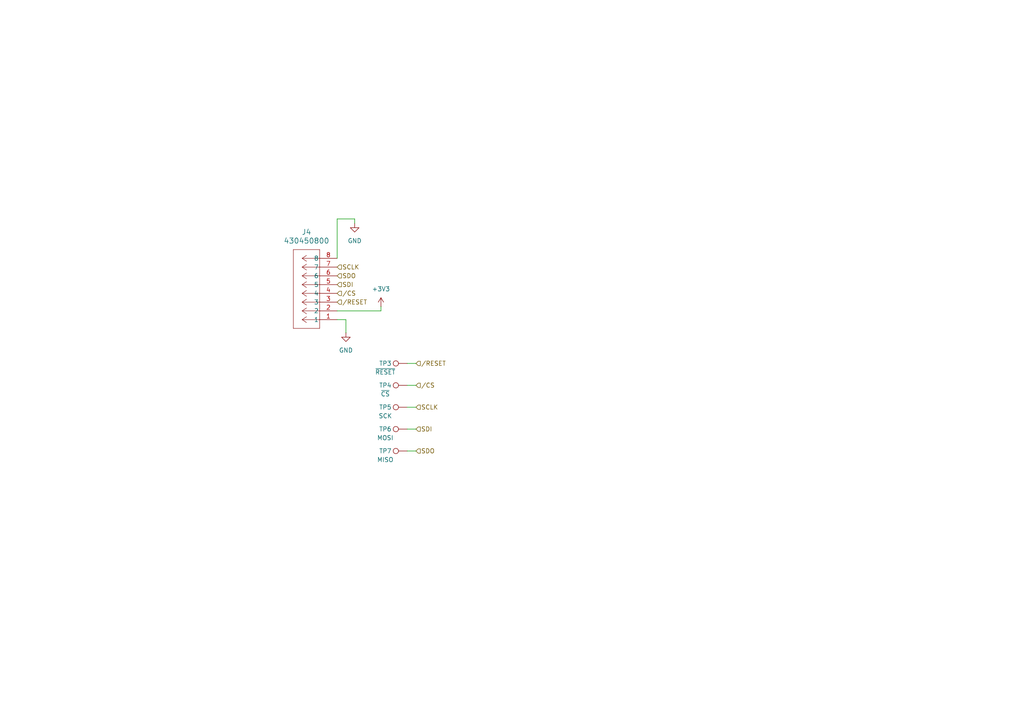
<source format=kicad_sch>
(kicad_sch (version 20250114) (generator "eeschema") (generator_version "9.0")
  (paper "A4")
  (lib_symbols
    (symbol "Connector:TestPoint" (pin_numbers (hide yes)) (pin_names (offset 0.762) (hide yes))
      (property "Reference" "TP" (at 0 6.858 0))
      (property "Value" "TestPoint" (at 0 5.08 0))
      (symbol "TestPoint_0_1"
        (circle (center 0 3.302) (radius 0.762))
      )
      (symbol "TestPoint_1_1"
        (pin passive line (at 0 0 90) (length 2.54) (name "1") (number "1"))
      )
    )
    (symbol "WaterBlaster:430450800" (pin_names (offset 0.254))
      (property "Reference" "J" (at 8.89 6.35 0))
      (property "Value" "430450800" (at -1.27 3.81 0))
      (symbol "430450800_1_1"
        (polyline (pts (xy 5.08 2.54) (xy 5.08 -20.32)) (stroke (width 0.127)))
        (polyline (pts (xy 5.08 -20.32) (xy 12.7 -20.32)) (stroke (width 0.127)))
        (polyline (pts (xy 10.16 0) (xy 5.08 0)) (stroke (width 0.127)))
        (polyline (pts (xy 10.16 0) (xy 8.89 0.8467)) (stroke (width 0.127)))
        (polyline (pts (xy 10.16 0) (xy 8.89 -0.8467)) (stroke (width 0.127)))
        (polyline (pts (xy 10.16 -2.54) (xy 5.08 -2.54)) (stroke (width 0.127)))
        (polyline (pts (xy 10.16 -2.54) (xy 8.89 -1.6933)) (stroke (width 0.127)))
        (polyline (pts (xy 10.16 -2.54) (xy 8.89 -3.3867)) (stroke (width 0.127)))
        (polyline (pts (xy 10.16 -5.08) (xy 5.08 -5.08)) (stroke (width 0.127)))
        (polyline (pts (xy 10.16 -5.08) (xy 8.89 -4.2333)) (stroke (width 0.127)))
        (polyline (pts (xy 10.16 -5.08) (xy 8.89 -5.9267)) (stroke (width 0.127)))
        (polyline (pts (xy 10.16 -7.62) (xy 5.08 -7.62)) (stroke (width 0.127)))
        (polyline (pts (xy 10.16 -7.62) (xy 8.89 -6.7733)) (stroke (width 0.127)))
        (polyline (pts (xy 10.16 -7.62) (xy 8.89 -8.4667)) (stroke (width 0.127)))
        (polyline (pts (xy 10.16 -10.16) (xy 5.08 -10.16)) (stroke (width 0.127)))
        (polyline (pts (xy 10.16 -10.16) (xy 8.89 -9.3133)) (stroke (width 0.127)))
        (polyline (pts (xy 10.16 -10.16) (xy 8.89 -11.0067)) (stroke (width 0.127)))
        (polyline (pts (xy 10.16 -12.7) (xy 5.08 -12.7)) (stroke (width 0.127)))
        (polyline (pts (xy 10.16 -12.7) (xy 8.89 -11.8533)) (stroke (width 0.127)))
        (polyline (pts (xy 10.16 -12.7) (xy 8.89 -13.5467)) (stroke (width 0.127)))
        (polyline (pts (xy 10.16 -15.24) (xy 5.08 -15.24)) (stroke (width 0.127)))
        (polyline (pts (xy 10.16 -15.24) (xy 8.89 -14.3933)) (stroke (width 0.127)))
        (polyline (pts (xy 10.16 -15.24) (xy 8.89 -16.0867)) (stroke (width 0.127)))
        (polyline (pts (xy 10.16 -17.78) (xy 5.08 -17.78)) (stroke (width 0.127)))
        (polyline (pts (xy 10.16 -17.78) (xy 8.89 -16.9333)) (stroke (width 0.127)))
        (polyline (pts (xy 10.16 -17.78) (xy 8.89 -18.6267)) (stroke (width 0.127)))
        (polyline (pts (xy 12.7 2.54) (xy 5.08 2.54)) (stroke (width 0.127)))
        (polyline (pts (xy 12.7 -20.32) (xy 12.7 2.54)) (stroke (width 0.127)))
        (pin passive line (at 0 0 0) (length 5.08) (name "1") (number "1"))
        (pin passive line (at 0 -2.54 0) (length 5.08) (name "2") (number "2"))
        (pin passive line (at 0 -5.08 0) (length 5.08) (name "3") (number "3"))
        (pin passive line (at 0 -7.62 0) (length 5.08) (name "4") (number "4"))
        (pin passive line (at 0 -10.16 0) (length 5.08) (name "5") (number "5"))
        (pin passive line (at 0 -12.7 0) (length 5.08) (name "6") (number "6"))
        (pin passive line (at 0 -15.24 0) (length 5.08) (name "7") (number "7"))
        (pin passive line (at 0 -17.78 0) (length 5.08) (name "8") (number "8"))
      )
      (symbol "430450800_1_2"
        (polyline (pts (xy 5.08 2.54) (xy 5.08 -20.32)) (stroke (width 0.127)))
        (polyline (pts (xy 5.08 -20.32) (xy 12.7 -20.32)) (stroke (width 0.127)))
        (polyline (pts (xy 7.62 0) (xy 5.08 0)) (stroke (width 0.127)))
        (polyline (pts (xy 7.62 0) (xy 8.89 0.8467)) (stroke (width 0.127)))
        (polyline (pts (xy 7.62 0) (xy 8.89 -0.8467)) (stroke (width 0.127)))
        (polyline (pts (xy 7.62 -2.54) (xy 5.08 -2.54)) (stroke (width 0.127)))
        (polyline (pts (xy 7.62 -2.54) (xy 8.89 -1.6933)) (stroke (width 0.127)))
        (polyline (pts (xy 7.62 -2.54) (xy 8.89 -3.3867)) (stroke (width 0.127)))
        (polyline (pts (xy 7.62 -5.08) (xy 5.08 -5.08)) (stroke (width 0.127)))
        (polyline (pts (xy 7.62 -5.08) (xy 8.89 -4.2333)) (stroke (width 0.127)))
        (polyline (pts (xy 7.62 -5.08) (xy 8.89 -5.9267)) (stroke (width 0.127)))
        (polyline (pts (xy 7.62 -7.62) (xy 5.08 -7.62)) (stroke (width 0.127)))
        (polyline (pts (xy 7.62 -7.62) (xy 8.89 -6.7733)) (stroke (width 0.127)))
        (polyline (pts (xy 7.62 -7.62) (xy 8.89 -8.4667)) (stroke (width 0.127)))
        (polyline (pts (xy 7.62 -10.16) (xy 5.08 -10.16)) (stroke (width 0.127)))
        (polyline (pts (xy 7.62 -10.16) (xy 8.89 -9.3133)) (stroke (width 0.127)))
        (polyline (pts (xy 7.62 -10.16) (xy 8.89 -11.0067)) (stroke (width 0.127)))
        (polyline (pts (xy 7.62 -12.7) (xy 5.08 -12.7)) (stroke (width 0.127)))
        (polyline (pts (xy 7.62 -12.7) (xy 8.89 -11.8533)) (stroke (width 0.127)))
        (polyline (pts (xy 7.62 -12.7) (xy 8.89 -13.5467)) (stroke (width 0.127)))
        (polyline (pts (xy 7.62 -15.24) (xy 5.08 -15.24)) (stroke (width 0.127)))
        (polyline (pts (xy 7.62 -15.24) (xy 8.89 -14.3933)) (stroke (width 0.127)))
        (polyline (pts (xy 7.62 -15.24) (xy 8.89 -16.0867)) (stroke (width 0.127)))
        (polyline (pts (xy 7.62 -17.78) (xy 5.08 -17.78)) (stroke (width 0.127)))
        (polyline (pts (xy 7.62 -17.78) (xy 8.89 -16.9333)) (stroke (width 0.127)))
        (polyline (pts (xy 7.62 -17.78) (xy 8.89 -18.6267)) (stroke (width 0.127)))
        (polyline (pts (xy 12.7 2.54) (xy 5.08 2.54)) (stroke (width 0.127)))
        (polyline (pts (xy 12.7 -20.32) (xy 12.7 2.54)) (stroke (width 0.127)))
        (pin unspecified line (at 0 0 0) (length 5.08) (name "1") (number "1"))
        (pin unspecified line (at 0 -2.54 0) (length 5.08) (name "2") (number "2"))
        (pin unspecified line (at 0 -5.08 0) (length 5.08) (name "3") (number "3"))
        (pin unspecified line (at 0 -7.62 0) (length 5.08) (name "4") (number "4"))
        (pin unspecified line (at 0 -10.16 0) (length 5.08) (name "5") (number "5"))
        (pin unspecified line (at 0 -12.7 0) (length 5.08) (name "6") (number "6"))
        (pin unspecified line (at 0 -15.24 0) (length 5.08) (name "7") (number "7"))
        (pin unspecified line (at 0 -17.78 0) (length 5.08) (name "8") (number "8"))
      )
    )
    (symbol "power:+3V3" (power) (pin_numbers (hide yes)) (pin_names (offset 0) (hide yes))
      (property "Value" "+3V3" (at 0 3.556 0))
      (symbol "+3V3_0_1"
        (polyline (pts (xy -0.762 1.27) (xy 0 2.54)))
        (polyline (pts (xy 0 2.54) (xy 0.762 1.27)))
        (polyline (pts (xy 0 0) (xy 0 2.54)))
      )
      (symbol "+3V3_1_1"
        (pin power_in line (at 0 0 90) (length 0) (name "~") (number "1"))
      )
    )
    (symbol "power:GND" (power) (pin_numbers (hide yes)) (pin_names (offset 0) (hide yes))
      (property "Value" "GND" (at 0 -3.81 0))
      (symbol "GND_0_1"
        (polyline (pts (xy 0 0) (xy 0 -1.27) (xy 1.27 -1.27) (xy 0 -2.54) (xy -1.27 -1.27) (xy 0 -1.27)))
      )
      (symbol "GND_1_1"
        (pin power_in line (at 0 0 270) (length 0) (name "~") (number "1"))
      )
    )
  )
  (wire (pts (xy 110.49 90.17) (xy 97.79 90.17)))
  (wire (pts (xy 110.49 88.9) (xy 110.49 90.17)))
  (wire (pts (xy 102.87 63.5) (xy 102.87 64.77)))
  (wire (pts (xy 118.11 118.11) (xy 120.65 118.11)))
  (wire (pts (xy 118.11 111.76) (xy 120.65 111.76)))
  (wire (pts (xy 100.33 92.71) (xy 100.33 96.52)))
  (wire (pts (xy 118.11 130.81) (xy 120.65 130.81)))
  (wire (pts (xy 118.11 105.41) (xy 120.65 105.41)))
  (wire (pts (xy 97.79 63.5) (xy 102.87 63.5)))
  (wire (pts (xy 118.11 124.46) (xy 120.65 124.46)))
  (wire (pts (xy 97.79 63.5) (xy 97.79 74.93)))
  (wire (pts (xy 97.79 92.71) (xy 100.33 92.71)))
  (hierarchical_label "{slash}CS" (shape input) (at 120.65 111.76 0))
  (hierarchical_label "{slash}CS" (shape input) (at 97.79 85.09 0))
  (hierarchical_label "{slash}RESET" (shape input) (at 97.79 87.63 0))
  (hierarchical_label "SDI" (shape input) (at 120.65 124.46 0))
  (hierarchical_label "{slash}RESET" (shape input) (at 120.65 105.41 0))
  (hierarchical_label "SCLK" (shape input) (at 97.79 77.47 0))
  (hierarchical_label "SDO" (shape input) (at 97.79 80.01 0))
  (hierarchical_label "SDI" (shape input) (at 97.79 82.55 0))
  (hierarchical_label "SDO" (shape input) (at 120.65 130.81 0))
  (hierarchical_label "SCLK" (shape input) (at 120.65 118.11 0))
  (symbol (lib_id "Connector:TestPoint") (at 118.11 124.46 90) (unit 1)
    (property "Reference" "TP6" (at 111.76 124.46 90))
    (property "Value" "MOSI" (at 111.76 127 90))
    (property "Footprint" "TestPoint:TestPoint_THTPad_D1.0mm_Drill0.5mm" (effects (hide yes)))
    (property "Note" "GND" (effects (hide yes)))
    (property "DNP" "DNP" (effects (hide yes)))
  )
  (symbol (lib_id "power:GND") (at 100.33 96.52 0) (unit 1)
    (property "Reference" "#PWR016" (effects (hide yes)))
    (property "Value" "GND" (at 100.33 101.6 0))
  )
  (symbol (lib_id "Connector:TestPoint") (at 118.11 130.81 90) (unit 1)
    (property "Reference" "TP7" (at 111.76 130.81 90))
    (property "Value" "MISO" (at 111.76 133.35 90))
    (property "Footprint" "TestPoint:TestPoint_THTPad_D1.0mm_Drill0.5mm" (effects (hide yes)))
    (property "Note" "GND" (effects (hide yes)))
    (property "DNP" "DNP" (effects (hide yes)))
  )
  (symbol (lib_id "Connector:TestPoint") (at 118.11 105.41 90) (unit 1)
    (property "Reference" "TP3" (at 111.76 105.41 90))
    (property "Value" "~{RESET}" (at 111.76 107.95 90))
    (property "Footprint" "TestPoint:TestPoint_THTPad_D1.0mm_Drill0.5mm" (effects (hide yes)))
    (property "Note" "GND" (effects (hide yes)))
    (property "DNP" "DNP" (effects (hide yes)))
  )
  (symbol (lib_id "power:GND") (at 102.87 64.77 0) (unit 1)
    (property "Reference" "#PWR017" (effects (hide yes)))
    (property "Value" "GND" (at 102.87 69.85 0))
  )
  (symbol (lib_id "Connector:TestPoint") (at 118.11 111.76 90) (unit 1)
    (property "Reference" "TP4" (at 111.76 111.76 90))
    (property "Value" "~{CS}" (at 111.76 114.3 90))
    (property "Footprint" "TestPoint:TestPoint_THTPad_D1.0mm_Drill0.5mm" (effects (hide yes)))
    (property "Note" "GND" (effects (hide yes)))
    (property "DNP" "DNP" (effects (hide yes)))
  )
  (symbol (lib_id "WaterBlaster:430450800") (at 97.79 92.71 180) (unit 1)
    (property "Reference" "J4" (at 88.9 67.31 0) (effects (font (size 1.524 1.524))))
    (property "Value" "430450800" (at 88.9 69.85 0) (effects (font (size 1.524 1.524))))
    (property "Footprint" "WaterBlaster:CON_430450800_MOL" (effects (hide yes)))
    (property "Datasheet" "430450800" (effects (hide yes)))
  )
  (symbol (lib_id "power:+3V3") (at 110.49 88.9 0) (unit 1)
    (property "Reference" "#PWR018" (effects (hide yes)))
    (property "Value" "+3V3" (at 110.49 83.82 0))
  )
  (symbol (lib_id "Connector:TestPoint") (at 118.11 118.11 90) (unit 1)
    (property "Reference" "TP5" (at 111.76 118.11 90))
    (property "Value" "SCK" (at 111.76 120.65 90))
    (property "Footprint" "TestPoint:TestPoint_THTPad_D1.0mm_Drill0.5mm" (effects (hide yes)))
    (property "Note" "GND" (effects (hide yes)))
    (property "DNP" "DNP" (effects (hide yes)))
  )
)
</source>
